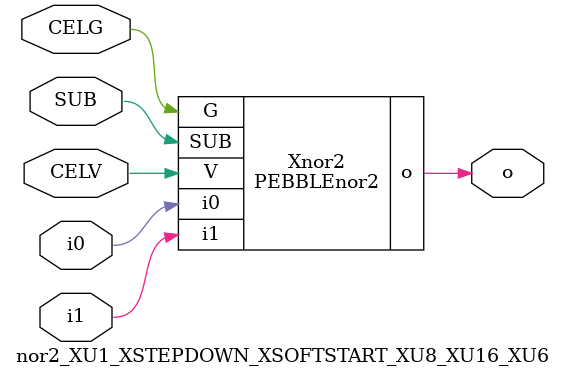
<source format=v>



module PEBBLEnor2 ( o, G, SUB, V, i0, i1 );

  input i0;
  input V;
  input i1;
  input G;
  output o;
  input SUB;
endmodule

//Celera Confidential Do Not Copy nor2_XU1_XSTEPDOWN_XSOFTSTART_XU8_XU16_XU6
//Celera Confidential Symbol Generator
//nor2
module nor2_XU1_XSTEPDOWN_XSOFTSTART_XU8_XU16_XU6 (CELV,CELG,i0,i1,o,SUB);
input CELV;
input CELG;
input i0;
input i1;
input SUB;
output o;

//Celera Confidential Do Not Copy nor2
PEBBLEnor2 Xnor2(
.V (CELV),
.i0 (i0),
.i1 (i1),
.o (o),
.SUB (SUB),
.G (CELG)
);
//,diesize,PEBBLEnor2

//Celera Confidential Do Not Copy Module End
//Celera Schematic Generator
endmodule

</source>
